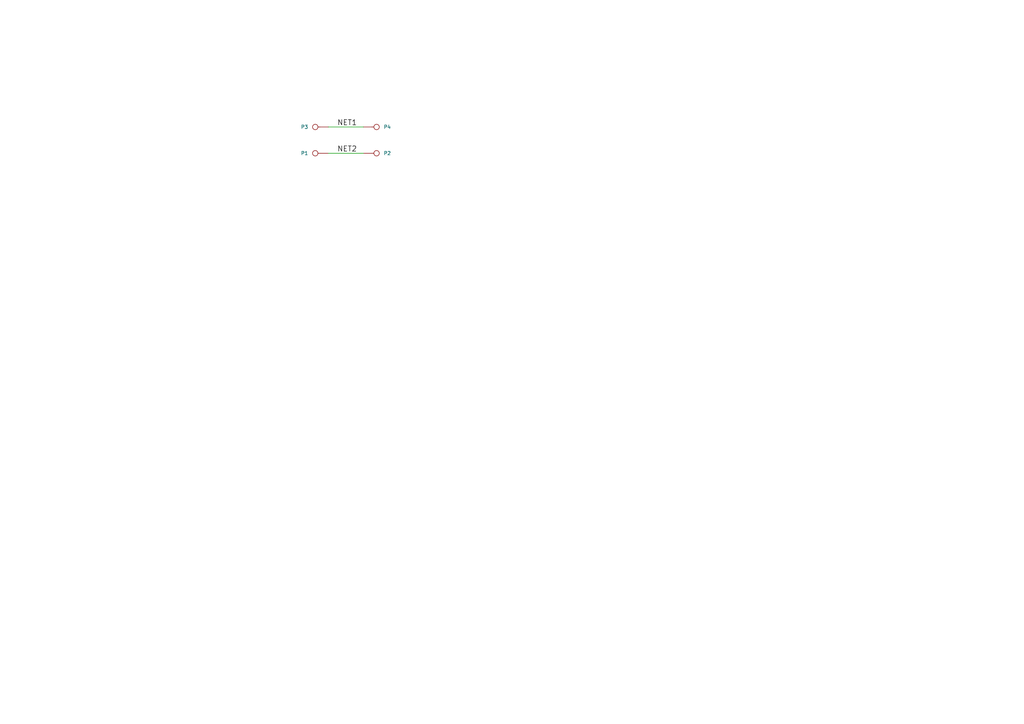
<source format=kicad_sch>
(kicad_sch (version 20230121) (generator eeschema)
  (paper "A4")
  (title_block (date "19 dec 2011"))
  (lib_symbols
    (symbol "test_pads_inside_pads-rescue:CONN_1" (pin_numbers hide) (pin_names (offset 0.762) hide)
      (property "Reference" "P" (at 2.032 0 0))
      (symbol "CONN_1_0_1"
        (polyline (pts (xy -0.762 0) (xy -1.27 0)))
        (circle (center 0 0) (radius 0.7874))
      )
      (symbol "CONN_1_1_1"
        (pin passive line (at -3.81 0 0) (length 2.54) (name "1") (number "1"))
      )
    )
  )
  (wire (pts (xy 105.41 36.83) (xy 95.25 36.83)))
  (wire (pts (xy 105.41 44.45) (xy 95.25 44.45)))
  (label "NET1" (at 97.79 36.83 0) (effects (font (size 1.524 1.524))))
  (label "NET2" (at 97.79 44.45 0) (effects (font (size 1.524 1.524))))
  (symbol (lib_id "test_pads_inside_pads-rescue:CONN_1") (at 109.22 44.45 0) (unit 1)
    (property "Reference" "P2" (at 111.252 44.45 0) (effects (font (size 1.016 1.016)) (justify left)))
    (property "Value" "CONN_1" (effects hide))
  )
  (symbol (lib_id "test_pads_inside_pads-rescue:CONN_1") (at 91.44 44.45 180) (unit 1)
    (property "Reference" "P1" (at 89.408 44.45 0) (effects (font (size 1.016 1.016)) (justify left)))
    (property "Value" "CONN_1" (effects hide))
  )
  (symbol (lib_id "test_pads_inside_pads-rescue:CONN_1") (at 91.44 36.83 180) (unit 1)
    (property "Reference" "P3" (at 89.408 36.83 0) (effects (font (size 1.016 1.016)) (justify left)))
    (property "Value" "CONN_1" (effects hide))
  )
  (symbol (lib_id "test_pads_inside_pads-rescue:CONN_1") (at 109.22 36.83 0) (unit 1)
    (property "Reference" "P4" (at 111.252 36.83 0) (effects (font (size 1.016 1.016)) (justify left)))
    (property "Value" "CONN_1" (effects hide))
  )
)
</source>
